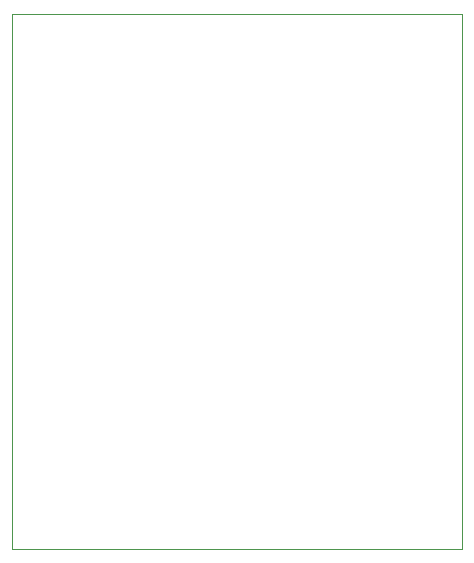
<source format=gm1>
%TF.GenerationSoftware,KiCad,Pcbnew,(6.0.8)*%
%TF.CreationDate,2024-10-24T13:15:24+05:30*%
%TF.ProjectId,mp3_player,6d70335f-706c-4617-9965-722e6b696361,rev?*%
%TF.SameCoordinates,Original*%
%TF.FileFunction,Profile,NP*%
%FSLAX46Y46*%
G04 Gerber Fmt 4.6, Leading zero omitted, Abs format (unit mm)*
G04 Created by KiCad (PCBNEW (6.0.8)) date 2024-10-24 13:15:24*
%MOMM*%
%LPD*%
G01*
G04 APERTURE LIST*
%TA.AperFunction,Profile*%
%ADD10C,0.101600*%
%TD*%
G04 APERTURE END LIST*
D10*
X127508000Y-75336931D02*
X165608000Y-75336931D01*
X165608000Y-75336931D02*
X165608000Y-120650000D01*
X165608000Y-120650000D02*
X127508000Y-120650000D01*
X127508000Y-120650000D02*
X127508000Y-75336931D01*
M02*

</source>
